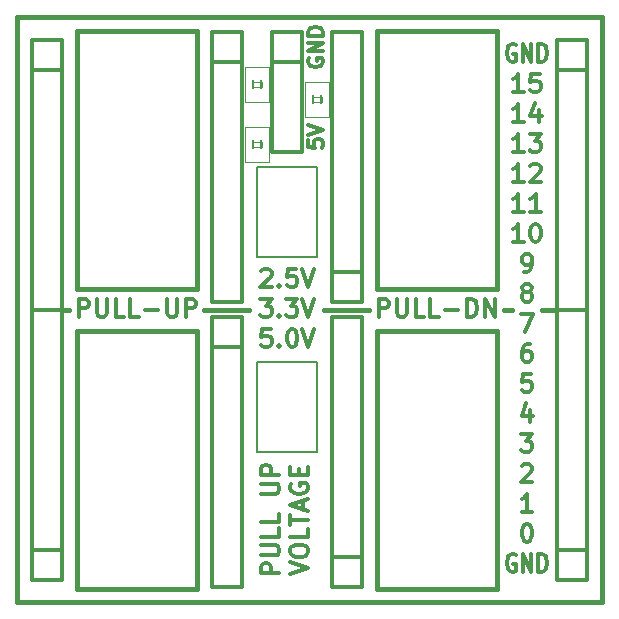
<source format=gto>
G04 (created by PCBNEW (2013-01-23 BZR 3920)-testing) date Thu 24 Jan 2013 01:04:39 AM CET*
%MOIN*%
G04 Gerber Fmt 3.4, Leading zero omitted, Abs format*
%FSLAX34Y34*%
G01*
G70*
G90*
G04 APERTURE LIST*
%ADD10C,2.3622e-06*%
%ADD11C,0.015*%
%ADD12C,0.012*%
%ADD13C,0.0026*%
%ADD14C,0.006*%
%ADD15C,0.002*%
%ADD16C,0.008*%
%ADD17R,0.0433X0.0393*%
%ADD18R,0.06X0.06*%
%ADD19C,0.06*%
%ADD20O,0.08X0.05*%
G04 APERTURE END LIST*
G54D10*
G54D11*
X76250Y-13750D02*
X76250Y-33250D01*
X56750Y-13750D02*
X76250Y-13750D01*
X56750Y-33250D02*
X76250Y-33250D01*
X56750Y-13750D02*
X56750Y-33250D01*
X74750Y-23500D02*
X74250Y-23500D01*
X73000Y-23500D02*
X73250Y-23500D01*
X67000Y-23500D02*
X68500Y-23500D01*
X63000Y-23500D02*
X64500Y-23500D01*
X58250Y-23500D02*
X58500Y-23500D01*
G54D12*
X66452Y-17845D02*
X66452Y-18083D01*
X66690Y-18107D01*
X66666Y-18083D01*
X66642Y-18035D01*
X66642Y-17916D01*
X66666Y-17869D01*
X66690Y-17845D01*
X66738Y-17821D01*
X66857Y-17821D01*
X66904Y-17845D01*
X66928Y-17869D01*
X66952Y-17916D01*
X66952Y-18035D01*
X66928Y-18083D01*
X66904Y-18107D01*
X66452Y-17678D02*
X66952Y-17511D01*
X66452Y-17345D01*
X73369Y-14671D02*
X73321Y-14642D01*
X73250Y-14642D01*
X73178Y-14671D01*
X73130Y-14728D01*
X73107Y-14785D01*
X73083Y-14900D01*
X73083Y-14985D01*
X73107Y-15100D01*
X73130Y-15157D01*
X73178Y-15214D01*
X73250Y-15242D01*
X73297Y-15242D01*
X73369Y-15214D01*
X73392Y-15185D01*
X73392Y-14985D01*
X73297Y-14985D01*
X73607Y-15242D02*
X73607Y-14642D01*
X73892Y-15242D01*
X73892Y-14642D01*
X74130Y-15242D02*
X74130Y-14642D01*
X74250Y-14642D01*
X74321Y-14671D01*
X74369Y-14728D01*
X74392Y-14785D01*
X74416Y-14900D01*
X74416Y-14985D01*
X74392Y-15100D01*
X74369Y-15157D01*
X74321Y-15214D01*
X74250Y-15242D01*
X74130Y-15242D01*
X73550Y-23642D02*
X73950Y-23642D01*
X73692Y-24242D01*
X73864Y-24642D02*
X73750Y-24642D01*
X73692Y-24671D01*
X73664Y-24700D01*
X73607Y-24785D01*
X73578Y-24900D01*
X73578Y-25128D01*
X73607Y-25185D01*
X73635Y-25214D01*
X73692Y-25242D01*
X73807Y-25242D01*
X73864Y-25214D01*
X73892Y-25185D01*
X73921Y-25128D01*
X73921Y-24985D01*
X73892Y-24928D01*
X73864Y-24900D01*
X73807Y-24871D01*
X73692Y-24871D01*
X73635Y-24900D01*
X73607Y-24928D01*
X73578Y-24985D01*
X73892Y-25642D02*
X73607Y-25642D01*
X73578Y-25928D01*
X73607Y-25900D01*
X73664Y-25871D01*
X73807Y-25871D01*
X73864Y-25900D01*
X73892Y-25928D01*
X73921Y-25985D01*
X73921Y-26128D01*
X73892Y-26185D01*
X73864Y-26214D01*
X73807Y-26242D01*
X73664Y-26242D01*
X73607Y-26214D01*
X73578Y-26185D01*
X73864Y-26842D02*
X73864Y-27242D01*
X73721Y-26614D02*
X73578Y-27042D01*
X73950Y-27042D01*
X73550Y-27642D02*
X73921Y-27642D01*
X73721Y-27871D01*
X73807Y-27871D01*
X73864Y-27900D01*
X73892Y-27928D01*
X73921Y-27985D01*
X73921Y-28128D01*
X73892Y-28185D01*
X73864Y-28214D01*
X73807Y-28242D01*
X73635Y-28242D01*
X73578Y-28214D01*
X73550Y-28185D01*
X73578Y-28700D02*
X73607Y-28671D01*
X73664Y-28642D01*
X73807Y-28642D01*
X73864Y-28671D01*
X73892Y-28700D01*
X73921Y-28757D01*
X73921Y-28814D01*
X73892Y-28900D01*
X73550Y-29242D01*
X73921Y-29242D01*
X73721Y-30642D02*
X73778Y-30642D01*
X73835Y-30671D01*
X73864Y-30700D01*
X73892Y-30757D01*
X73921Y-30871D01*
X73921Y-31014D01*
X73892Y-31128D01*
X73864Y-31185D01*
X73835Y-31214D01*
X73778Y-31242D01*
X73721Y-31242D01*
X73664Y-31214D01*
X73635Y-31185D01*
X73607Y-31128D01*
X73578Y-31014D01*
X73578Y-30871D01*
X73607Y-30757D01*
X73635Y-30700D01*
X73664Y-30671D01*
X73721Y-30642D01*
X73921Y-30242D02*
X73578Y-30242D01*
X73750Y-30242D02*
X73750Y-29642D01*
X73692Y-29728D01*
X73635Y-29785D01*
X73578Y-29814D01*
X73369Y-31671D02*
X73321Y-31642D01*
X73250Y-31642D01*
X73178Y-31671D01*
X73130Y-31728D01*
X73107Y-31785D01*
X73083Y-31900D01*
X73083Y-31985D01*
X73107Y-32100D01*
X73130Y-32157D01*
X73178Y-32214D01*
X73250Y-32242D01*
X73297Y-32242D01*
X73369Y-32214D01*
X73392Y-32185D01*
X73392Y-31985D01*
X73297Y-31985D01*
X73607Y-32242D02*
X73607Y-31642D01*
X73892Y-32242D01*
X73892Y-31642D01*
X74130Y-32242D02*
X74130Y-31642D01*
X74250Y-31642D01*
X74321Y-31671D01*
X74369Y-31728D01*
X74392Y-31785D01*
X74416Y-31900D01*
X74416Y-31985D01*
X74392Y-32100D01*
X74369Y-32157D01*
X74321Y-32214D01*
X74250Y-32242D01*
X74130Y-32242D01*
X73692Y-22900D02*
X73635Y-22871D01*
X73607Y-22842D01*
X73578Y-22785D01*
X73578Y-22757D01*
X73607Y-22700D01*
X73635Y-22671D01*
X73692Y-22642D01*
X73807Y-22642D01*
X73864Y-22671D01*
X73892Y-22700D01*
X73921Y-22757D01*
X73921Y-22785D01*
X73892Y-22842D01*
X73864Y-22871D01*
X73807Y-22900D01*
X73692Y-22900D01*
X73635Y-22928D01*
X73607Y-22957D01*
X73578Y-23014D01*
X73578Y-23128D01*
X73607Y-23185D01*
X73635Y-23214D01*
X73692Y-23242D01*
X73807Y-23242D01*
X73864Y-23214D01*
X73892Y-23185D01*
X73921Y-23128D01*
X73921Y-23014D01*
X73892Y-22957D01*
X73864Y-22928D01*
X73807Y-22900D01*
X73635Y-22242D02*
X73750Y-22242D01*
X73807Y-22214D01*
X73835Y-22185D01*
X73892Y-22100D01*
X73921Y-21985D01*
X73921Y-21757D01*
X73892Y-21700D01*
X73864Y-21671D01*
X73807Y-21642D01*
X73692Y-21642D01*
X73635Y-21671D01*
X73607Y-21700D01*
X73578Y-21757D01*
X73578Y-21900D01*
X73607Y-21957D01*
X73635Y-21985D01*
X73692Y-22014D01*
X73807Y-22014D01*
X73864Y-21985D01*
X73892Y-21957D01*
X73921Y-21900D01*
X73635Y-21242D02*
X73292Y-21242D01*
X73464Y-21242D02*
X73464Y-20642D01*
X73407Y-20728D01*
X73350Y-20785D01*
X73292Y-20814D01*
X74007Y-20642D02*
X74064Y-20642D01*
X74121Y-20671D01*
X74150Y-20700D01*
X74178Y-20757D01*
X74207Y-20871D01*
X74207Y-21014D01*
X74178Y-21128D01*
X74150Y-21185D01*
X74121Y-21214D01*
X74064Y-21242D01*
X74007Y-21242D01*
X73950Y-21214D01*
X73921Y-21185D01*
X73892Y-21128D01*
X73864Y-21014D01*
X73864Y-20871D01*
X73892Y-20757D01*
X73921Y-20700D01*
X73950Y-20671D01*
X74007Y-20642D01*
X73635Y-20242D02*
X73292Y-20242D01*
X73464Y-20242D02*
X73464Y-19642D01*
X73407Y-19728D01*
X73350Y-19785D01*
X73292Y-19814D01*
X74207Y-20242D02*
X73864Y-20242D01*
X74035Y-20242D02*
X74035Y-19642D01*
X73978Y-19728D01*
X73921Y-19785D01*
X73864Y-19814D01*
X73635Y-19242D02*
X73292Y-19242D01*
X73464Y-19242D02*
X73464Y-18642D01*
X73407Y-18728D01*
X73350Y-18785D01*
X73292Y-18814D01*
X73864Y-18700D02*
X73892Y-18671D01*
X73950Y-18642D01*
X74092Y-18642D01*
X74150Y-18671D01*
X74178Y-18700D01*
X74207Y-18757D01*
X74207Y-18814D01*
X74178Y-18900D01*
X73835Y-19242D01*
X74207Y-19242D01*
X73635Y-18242D02*
X73292Y-18242D01*
X73464Y-18242D02*
X73464Y-17642D01*
X73407Y-17728D01*
X73350Y-17785D01*
X73292Y-17814D01*
X73835Y-17642D02*
X74207Y-17642D01*
X74007Y-17871D01*
X74092Y-17871D01*
X74150Y-17900D01*
X74178Y-17928D01*
X74207Y-17985D01*
X74207Y-18128D01*
X74178Y-18185D01*
X74150Y-18214D01*
X74092Y-18242D01*
X73921Y-18242D01*
X73864Y-18214D01*
X73835Y-18185D01*
X73635Y-17242D02*
X73292Y-17242D01*
X73464Y-17242D02*
X73464Y-16642D01*
X73407Y-16728D01*
X73350Y-16785D01*
X73292Y-16814D01*
X74150Y-16842D02*
X74150Y-17242D01*
X74007Y-16614D02*
X73864Y-17042D01*
X74235Y-17042D01*
X73635Y-16242D02*
X73292Y-16242D01*
X73464Y-16242D02*
X73464Y-15642D01*
X73407Y-15728D01*
X73350Y-15785D01*
X73292Y-15814D01*
X74178Y-15642D02*
X73892Y-15642D01*
X73864Y-15928D01*
X73892Y-15900D01*
X73950Y-15871D01*
X74092Y-15871D01*
X74150Y-15900D01*
X74178Y-15928D01*
X74207Y-15985D01*
X74207Y-16128D01*
X74178Y-16185D01*
X74150Y-16214D01*
X74092Y-16242D01*
X73950Y-16242D01*
X73892Y-16214D01*
X73864Y-16185D01*
X64892Y-22200D02*
X64921Y-22171D01*
X64978Y-22142D01*
X65121Y-22142D01*
X65178Y-22171D01*
X65207Y-22200D01*
X65235Y-22257D01*
X65235Y-22314D01*
X65207Y-22400D01*
X64864Y-22742D01*
X65235Y-22742D01*
X65492Y-22685D02*
X65521Y-22714D01*
X65492Y-22742D01*
X65464Y-22714D01*
X65492Y-22685D01*
X65492Y-22742D01*
X66064Y-22142D02*
X65778Y-22142D01*
X65750Y-22428D01*
X65778Y-22400D01*
X65835Y-22371D01*
X65978Y-22371D01*
X66035Y-22400D01*
X66064Y-22428D01*
X66092Y-22485D01*
X66092Y-22628D01*
X66064Y-22685D01*
X66035Y-22714D01*
X65978Y-22742D01*
X65835Y-22742D01*
X65778Y-22714D01*
X65750Y-22685D01*
X66264Y-22142D02*
X66464Y-22742D01*
X66664Y-22142D01*
X64864Y-23142D02*
X65235Y-23142D01*
X65035Y-23371D01*
X65121Y-23371D01*
X65178Y-23400D01*
X65207Y-23428D01*
X65235Y-23485D01*
X65235Y-23628D01*
X65207Y-23685D01*
X65178Y-23714D01*
X65121Y-23742D01*
X64950Y-23742D01*
X64892Y-23714D01*
X64864Y-23685D01*
X65492Y-23685D02*
X65521Y-23714D01*
X65492Y-23742D01*
X65464Y-23714D01*
X65492Y-23685D01*
X65492Y-23742D01*
X65721Y-23142D02*
X66092Y-23142D01*
X65892Y-23371D01*
X65978Y-23371D01*
X66035Y-23400D01*
X66064Y-23428D01*
X66092Y-23485D01*
X66092Y-23628D01*
X66064Y-23685D01*
X66035Y-23714D01*
X65978Y-23742D01*
X65807Y-23742D01*
X65750Y-23714D01*
X65721Y-23685D01*
X66264Y-23142D02*
X66464Y-23742D01*
X66664Y-23142D01*
X65207Y-24142D02*
X64921Y-24142D01*
X64892Y-24428D01*
X64921Y-24400D01*
X64978Y-24371D01*
X65121Y-24371D01*
X65178Y-24400D01*
X65207Y-24428D01*
X65235Y-24485D01*
X65235Y-24628D01*
X65207Y-24685D01*
X65178Y-24714D01*
X65121Y-24742D01*
X64978Y-24742D01*
X64921Y-24714D01*
X64892Y-24685D01*
X65492Y-24685D02*
X65521Y-24714D01*
X65492Y-24742D01*
X65464Y-24714D01*
X65492Y-24685D01*
X65492Y-24742D01*
X65892Y-24142D02*
X65950Y-24142D01*
X66007Y-24171D01*
X66035Y-24200D01*
X66064Y-24257D01*
X66092Y-24371D01*
X66092Y-24514D01*
X66064Y-24628D01*
X66035Y-24685D01*
X66007Y-24714D01*
X65950Y-24742D01*
X65892Y-24742D01*
X65835Y-24714D01*
X65807Y-24685D01*
X65778Y-24628D01*
X65750Y-24514D01*
X65750Y-24371D01*
X65778Y-24257D01*
X65807Y-24200D01*
X65835Y-24171D01*
X65892Y-24142D01*
X66264Y-24142D02*
X66464Y-24742D01*
X66664Y-24142D01*
X68807Y-23742D02*
X68807Y-23142D01*
X69035Y-23142D01*
X69092Y-23171D01*
X69121Y-23200D01*
X69150Y-23257D01*
X69150Y-23342D01*
X69121Y-23400D01*
X69092Y-23428D01*
X69035Y-23457D01*
X68807Y-23457D01*
X69407Y-23142D02*
X69407Y-23628D01*
X69435Y-23685D01*
X69464Y-23714D01*
X69521Y-23742D01*
X69635Y-23742D01*
X69692Y-23714D01*
X69721Y-23685D01*
X69750Y-23628D01*
X69750Y-23142D01*
X70321Y-23742D02*
X70035Y-23742D01*
X70035Y-23142D01*
X70807Y-23742D02*
X70521Y-23742D01*
X70521Y-23142D01*
X71007Y-23514D02*
X71464Y-23514D01*
X71750Y-23742D02*
X71750Y-23142D01*
X71892Y-23142D01*
X71978Y-23171D01*
X72035Y-23228D01*
X72064Y-23285D01*
X72092Y-23400D01*
X72092Y-23485D01*
X72064Y-23600D01*
X72035Y-23657D01*
X71978Y-23714D01*
X71892Y-23742D01*
X71750Y-23742D01*
X72350Y-23742D02*
X72350Y-23142D01*
X72692Y-23742D01*
X72692Y-23142D01*
X58807Y-23742D02*
X58807Y-23142D01*
X59035Y-23142D01*
X59092Y-23171D01*
X59121Y-23200D01*
X59150Y-23257D01*
X59150Y-23342D01*
X59121Y-23400D01*
X59092Y-23428D01*
X59035Y-23457D01*
X58807Y-23457D01*
X59407Y-23142D02*
X59407Y-23628D01*
X59435Y-23685D01*
X59464Y-23714D01*
X59521Y-23742D01*
X59635Y-23742D01*
X59692Y-23714D01*
X59721Y-23685D01*
X59750Y-23628D01*
X59750Y-23142D01*
X60321Y-23742D02*
X60035Y-23742D01*
X60035Y-23142D01*
X60807Y-23742D02*
X60521Y-23742D01*
X60521Y-23142D01*
X61007Y-23514D02*
X61464Y-23514D01*
X61750Y-23142D02*
X61750Y-23628D01*
X61778Y-23685D01*
X61807Y-23714D01*
X61864Y-23742D01*
X61978Y-23742D01*
X62035Y-23714D01*
X62064Y-23685D01*
X62092Y-23628D01*
X62092Y-23142D01*
X62378Y-23742D02*
X62378Y-23142D01*
X62607Y-23142D01*
X62664Y-23171D01*
X62692Y-23200D01*
X62721Y-23257D01*
X62721Y-23342D01*
X62692Y-23400D01*
X62664Y-23428D01*
X62607Y-23457D01*
X62378Y-23457D01*
X65492Y-32299D02*
X64892Y-32299D01*
X64892Y-32071D01*
X64921Y-32014D01*
X64950Y-31985D01*
X65007Y-31957D01*
X65092Y-31957D01*
X65150Y-31985D01*
X65178Y-32014D01*
X65207Y-32071D01*
X65207Y-32299D01*
X64892Y-31699D02*
X65378Y-31699D01*
X65435Y-31671D01*
X65464Y-31642D01*
X65492Y-31585D01*
X65492Y-31471D01*
X65464Y-31414D01*
X65435Y-31385D01*
X65378Y-31357D01*
X64892Y-31357D01*
X65492Y-30785D02*
X65492Y-31071D01*
X64892Y-31071D01*
X65492Y-30300D02*
X65492Y-30585D01*
X64892Y-30585D01*
X64892Y-29642D02*
X65378Y-29642D01*
X65435Y-29614D01*
X65464Y-29585D01*
X65492Y-29528D01*
X65492Y-29414D01*
X65464Y-29357D01*
X65435Y-29328D01*
X65378Y-29300D01*
X64892Y-29300D01*
X65492Y-29014D02*
X64892Y-29014D01*
X64892Y-28785D01*
X64921Y-28728D01*
X64950Y-28700D01*
X65007Y-28671D01*
X65092Y-28671D01*
X65150Y-28700D01*
X65178Y-28728D01*
X65207Y-28785D01*
X65207Y-29014D01*
X65852Y-32314D02*
X66452Y-32114D01*
X65852Y-31914D01*
X65852Y-31599D02*
X65852Y-31485D01*
X65881Y-31428D01*
X65938Y-31371D01*
X66052Y-31342D01*
X66252Y-31342D01*
X66367Y-31371D01*
X66424Y-31428D01*
X66452Y-31485D01*
X66452Y-31599D01*
X66424Y-31657D01*
X66367Y-31714D01*
X66252Y-31742D01*
X66052Y-31742D01*
X65938Y-31714D01*
X65881Y-31657D01*
X65852Y-31599D01*
X66452Y-30800D02*
X66452Y-31085D01*
X65852Y-31085D01*
X65852Y-30685D02*
X65852Y-30342D01*
X66452Y-30514D02*
X65852Y-30514D01*
X66281Y-30171D02*
X66281Y-29885D01*
X66452Y-30228D02*
X65852Y-30028D01*
X66452Y-29828D01*
X65881Y-29314D02*
X65852Y-29371D01*
X65852Y-29457D01*
X65881Y-29542D01*
X65938Y-29599D01*
X65995Y-29628D01*
X66110Y-29657D01*
X66195Y-29657D01*
X66310Y-29628D01*
X66367Y-29599D01*
X66424Y-29542D01*
X66452Y-29457D01*
X66452Y-29399D01*
X66424Y-29314D01*
X66395Y-29285D01*
X66195Y-29285D01*
X66195Y-29399D01*
X66138Y-29028D02*
X66138Y-28828D01*
X66452Y-28742D02*
X66452Y-29028D01*
X65852Y-29028D01*
X65852Y-28742D01*
X66476Y-15130D02*
X66452Y-15178D01*
X66452Y-15250D01*
X66476Y-15321D01*
X66523Y-15369D01*
X66571Y-15392D01*
X66666Y-15416D01*
X66738Y-15416D01*
X66833Y-15392D01*
X66880Y-15369D01*
X66928Y-15321D01*
X66952Y-15250D01*
X66952Y-15202D01*
X66928Y-15130D01*
X66904Y-15107D01*
X66738Y-15107D01*
X66738Y-15202D01*
X66952Y-14892D02*
X66452Y-14892D01*
X66952Y-14607D01*
X66452Y-14607D01*
X66952Y-14369D02*
X66452Y-14369D01*
X66452Y-14250D01*
X66476Y-14178D01*
X66523Y-14130D01*
X66571Y-14107D01*
X66666Y-14083D01*
X66738Y-14083D01*
X66833Y-14107D01*
X66880Y-14130D01*
X66928Y-14178D01*
X66952Y-14250D01*
X66952Y-14369D01*
G54D13*
X64920Y-15830D02*
X64920Y-15670D01*
X64920Y-15670D02*
X64580Y-15670D01*
X64580Y-15830D02*
X64580Y-15670D01*
X64920Y-15830D02*
X64580Y-15830D01*
X64920Y-16330D02*
X64920Y-16170D01*
X64920Y-16170D02*
X64580Y-16170D01*
X64580Y-16330D02*
X64580Y-16170D01*
X64920Y-16330D02*
X64580Y-16330D01*
X64907Y-16078D02*
X64907Y-15922D01*
X64907Y-15922D02*
X64593Y-15922D01*
X64593Y-16078D02*
X64593Y-15922D01*
X64907Y-16078D02*
X64593Y-16078D01*
G54D14*
X64890Y-16170D02*
X64890Y-15830D01*
X64610Y-15830D02*
X64610Y-16170D01*
G54D15*
X64363Y-16579D02*
X64363Y-15421D01*
X64363Y-15421D02*
X65137Y-15421D01*
X65137Y-15421D02*
X65137Y-16579D01*
X65137Y-16579D02*
X64363Y-16579D01*
G54D13*
X66920Y-16330D02*
X66920Y-16170D01*
X66920Y-16170D02*
X66580Y-16170D01*
X66580Y-16330D02*
X66580Y-16170D01*
X66920Y-16330D02*
X66580Y-16330D01*
X66920Y-16830D02*
X66920Y-16670D01*
X66920Y-16670D02*
X66580Y-16670D01*
X66580Y-16830D02*
X66580Y-16670D01*
X66920Y-16830D02*
X66580Y-16830D01*
X66907Y-16578D02*
X66907Y-16422D01*
X66907Y-16422D02*
X66593Y-16422D01*
X66593Y-16578D02*
X66593Y-16422D01*
X66907Y-16578D02*
X66593Y-16578D01*
G54D14*
X66890Y-16670D02*
X66890Y-16330D01*
X66610Y-16330D02*
X66610Y-16670D01*
G54D15*
X66363Y-17079D02*
X66363Y-15921D01*
X66363Y-15921D02*
X67137Y-15921D01*
X67137Y-15921D02*
X67137Y-17079D01*
X67137Y-17079D02*
X66363Y-17079D01*
G54D13*
X64920Y-17830D02*
X64920Y-17670D01*
X64920Y-17670D02*
X64580Y-17670D01*
X64580Y-17830D02*
X64580Y-17670D01*
X64920Y-17830D02*
X64580Y-17830D01*
X64920Y-18330D02*
X64920Y-18170D01*
X64920Y-18170D02*
X64580Y-18170D01*
X64580Y-18330D02*
X64580Y-18170D01*
X64920Y-18330D02*
X64580Y-18330D01*
X64907Y-18078D02*
X64907Y-17922D01*
X64907Y-17922D02*
X64593Y-17922D01*
X64593Y-18078D02*
X64593Y-17922D01*
X64907Y-18078D02*
X64593Y-18078D01*
G54D14*
X64890Y-18170D02*
X64890Y-17830D01*
X64610Y-17830D02*
X64610Y-18170D01*
G54D15*
X64363Y-18579D02*
X64363Y-17421D01*
X64363Y-17421D02*
X65137Y-17421D01*
X65137Y-17421D02*
X65137Y-18579D01*
X65137Y-18579D02*
X64363Y-18579D01*
G54D16*
X64750Y-28250D02*
X64750Y-25250D01*
X66750Y-25250D02*
X66750Y-28250D01*
X66750Y-28250D02*
X64750Y-28250D01*
X64750Y-25250D02*
X66750Y-25250D01*
X64750Y-21750D02*
X64750Y-18750D01*
X66750Y-18750D02*
X66750Y-21750D01*
X66750Y-21750D02*
X64750Y-21750D01*
X64750Y-18750D02*
X66750Y-18750D01*
G54D11*
X58750Y-22800D02*
X58750Y-14200D01*
X62750Y-14200D02*
X62750Y-22800D01*
X62750Y-14200D02*
X58750Y-14200D01*
X62750Y-22800D02*
X58750Y-22800D01*
X72750Y-14200D02*
X72750Y-22800D01*
X68750Y-22800D02*
X68750Y-14200D01*
X68750Y-22800D02*
X72750Y-22800D01*
X68750Y-14200D02*
X72750Y-14200D01*
X72750Y-24200D02*
X72750Y-32800D01*
X68750Y-32800D02*
X68750Y-24200D01*
X68750Y-32800D02*
X72750Y-32800D01*
X68750Y-24200D02*
X72750Y-24200D01*
X58750Y-32800D02*
X58750Y-24200D01*
X62750Y-24200D02*
X62750Y-32800D01*
X62750Y-24200D02*
X58750Y-24200D01*
X62750Y-32800D02*
X58750Y-32800D01*
G54D12*
X66250Y-14250D02*
X66250Y-14250D01*
X65250Y-14250D02*
X66250Y-14250D01*
X66250Y-14250D02*
X66250Y-14250D01*
X66250Y-14250D02*
X66250Y-18250D01*
X66250Y-18250D02*
X65250Y-18250D01*
X65250Y-18250D02*
X65250Y-14250D01*
X65250Y-15250D02*
X66250Y-15250D01*
X58250Y-23500D02*
X57250Y-23500D01*
X57250Y-23500D02*
X57250Y-14500D01*
X57250Y-14500D02*
X58250Y-14500D01*
X58250Y-23500D02*
X58250Y-14500D01*
X58250Y-15500D02*
X57250Y-15500D01*
X57250Y-23500D02*
X58250Y-23500D01*
X58250Y-23500D02*
X58250Y-32500D01*
X58250Y-32500D02*
X57250Y-32500D01*
X57250Y-23500D02*
X57250Y-32500D01*
X57250Y-31500D02*
X58250Y-31500D01*
X75750Y-23500D02*
X74750Y-23500D01*
X74750Y-23500D02*
X74750Y-14500D01*
X74750Y-14500D02*
X75750Y-14500D01*
X75750Y-23500D02*
X75750Y-14500D01*
X75750Y-15500D02*
X74750Y-15500D01*
X74750Y-23500D02*
X75750Y-23500D01*
X75750Y-23500D02*
X75750Y-32500D01*
X75750Y-32500D02*
X74750Y-32500D01*
X74750Y-23500D02*
X74750Y-32500D01*
X74750Y-31500D02*
X75750Y-31500D01*
X64250Y-23250D02*
X63250Y-23250D01*
X63250Y-23250D02*
X63250Y-14250D01*
X63250Y-14250D02*
X64250Y-14250D01*
X64250Y-23250D02*
X64250Y-14250D01*
X64250Y-15250D02*
X63250Y-15250D01*
X64250Y-32750D02*
X63250Y-32750D01*
X63250Y-32750D02*
X63250Y-23750D01*
X63250Y-23750D02*
X64250Y-23750D01*
X64250Y-32750D02*
X64250Y-23750D01*
X64250Y-24750D02*
X63250Y-24750D01*
X67250Y-14250D02*
X68250Y-14250D01*
X68250Y-14250D02*
X68250Y-23250D01*
X68250Y-23250D02*
X67250Y-23250D01*
X67250Y-14250D02*
X67250Y-23250D01*
X67250Y-22250D02*
X68250Y-22250D01*
X67250Y-23750D02*
X68250Y-23750D01*
X68250Y-23750D02*
X68250Y-32750D01*
X68250Y-32750D02*
X67250Y-32750D01*
X67250Y-23750D02*
X67250Y-32750D01*
X67250Y-31750D02*
X68250Y-31750D01*
%LPC*%
G54D17*
X64750Y-16334D03*
X64750Y-15666D03*
X66750Y-16834D03*
X66750Y-16166D03*
X64750Y-18334D03*
X64750Y-17666D03*
G54D18*
X65250Y-25750D03*
G54D19*
X66250Y-25750D03*
X65250Y-26750D03*
X66250Y-26750D03*
X65250Y-27750D03*
X66250Y-27750D03*
G54D18*
X65250Y-19250D03*
G54D19*
X66250Y-19250D03*
X65250Y-20250D03*
X66250Y-20250D03*
X65250Y-21250D03*
X66250Y-21250D03*
G54D20*
X59250Y-15000D03*
X59250Y-16000D03*
X59250Y-17000D03*
X59250Y-18000D03*
X59250Y-19000D03*
X59250Y-20000D03*
X59250Y-21000D03*
X59250Y-22000D03*
X62250Y-22000D03*
X62250Y-21000D03*
X62250Y-20000D03*
X62250Y-19000D03*
X62250Y-18000D03*
X62250Y-17000D03*
X62250Y-16000D03*
X62250Y-15000D03*
X72250Y-22000D03*
X72250Y-21000D03*
X72250Y-20000D03*
X72250Y-19000D03*
X72250Y-18000D03*
X72250Y-17000D03*
X72250Y-16000D03*
X72250Y-15000D03*
X69250Y-15000D03*
X69250Y-16000D03*
X69250Y-17000D03*
X69250Y-18000D03*
X69250Y-19000D03*
X69250Y-20000D03*
X69250Y-21000D03*
X69250Y-22000D03*
X72250Y-32000D03*
X72250Y-31000D03*
X72250Y-30000D03*
X72250Y-29000D03*
X72250Y-28000D03*
X72250Y-27000D03*
X72250Y-26000D03*
X72250Y-25000D03*
X69250Y-25000D03*
X69250Y-26000D03*
X69250Y-27000D03*
X69250Y-28000D03*
X69250Y-29000D03*
X69250Y-30000D03*
X69250Y-31000D03*
X69250Y-32000D03*
X59250Y-25000D03*
X59250Y-26000D03*
X59250Y-27000D03*
X59250Y-28000D03*
X59250Y-29000D03*
X59250Y-30000D03*
X59250Y-31000D03*
X59250Y-32000D03*
X62250Y-32000D03*
X62250Y-31000D03*
X62250Y-30000D03*
X62250Y-29000D03*
X62250Y-28000D03*
X62250Y-27000D03*
X62250Y-26000D03*
X62250Y-25000D03*
G54D18*
X65750Y-14750D03*
G54D19*
X65750Y-15750D03*
X65750Y-16750D03*
X65750Y-17750D03*
G54D18*
X57750Y-15000D03*
G54D19*
X57750Y-16000D03*
X57750Y-17000D03*
X57750Y-18000D03*
X57750Y-19000D03*
X57750Y-20000D03*
X57750Y-21000D03*
X57750Y-22000D03*
X57750Y-23000D03*
G54D18*
X57750Y-32000D03*
G54D19*
X57750Y-31000D03*
X57750Y-30000D03*
X57750Y-29000D03*
X57750Y-28000D03*
X57750Y-27000D03*
X57750Y-26000D03*
X57750Y-25000D03*
X57750Y-24000D03*
G54D18*
X75250Y-15000D03*
G54D19*
X75250Y-16000D03*
X75250Y-17000D03*
X75250Y-18000D03*
X75250Y-19000D03*
X75250Y-20000D03*
X75250Y-21000D03*
X75250Y-22000D03*
X75250Y-23000D03*
G54D18*
X75250Y-32000D03*
G54D19*
X75250Y-31000D03*
X75250Y-30000D03*
X75250Y-29000D03*
X75250Y-28000D03*
X75250Y-27000D03*
X75250Y-26000D03*
X75250Y-25000D03*
X75250Y-24000D03*
G54D18*
X63750Y-14750D03*
G54D19*
X63750Y-15750D03*
X63750Y-16750D03*
X63750Y-17750D03*
X63750Y-18750D03*
X63750Y-19750D03*
X63750Y-20750D03*
X63750Y-21750D03*
X63750Y-22750D03*
G54D18*
X63750Y-24250D03*
G54D19*
X63750Y-25250D03*
X63750Y-26250D03*
X63750Y-27250D03*
X63750Y-28250D03*
X63750Y-29250D03*
X63750Y-30250D03*
X63750Y-31250D03*
X63750Y-32250D03*
G54D18*
X67750Y-22750D03*
G54D19*
X67750Y-21750D03*
X67750Y-20750D03*
X67750Y-19750D03*
X67750Y-18750D03*
X67750Y-17750D03*
X67750Y-16750D03*
X67750Y-15750D03*
X67750Y-14750D03*
G54D18*
X67750Y-32250D03*
G54D19*
X67750Y-31250D03*
X67750Y-30250D03*
X67750Y-29250D03*
X67750Y-28250D03*
X67750Y-27250D03*
X67750Y-26250D03*
X67750Y-25250D03*
X67750Y-24250D03*
M02*

</source>
